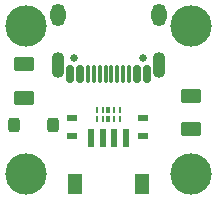
<source format=gts>
G04 #@! TF.GenerationSoftware,KiCad,Pcbnew,(5.99.0-10960-g5f1e9bc8a7)*
G04 #@! TF.CreationDate,2021-09-24T19:17:02+02:00*
G04 #@! TF.ProjectId,Unified-Daughterboard,556e6966-6965-4642-9d44-617567687465,C3*
G04 #@! TF.SameCoordinates,Original*
G04 #@! TF.FileFunction,Soldermask,Top*
G04 #@! TF.FilePolarity,Negative*
%FSLAX46Y46*%
G04 Gerber Fmt 4.6, Leading zero omitted, Abs format (unit mm)*
G04 Created by KiCad (PCBNEW (5.99.0-10960-g5f1e9bc8a7)) date 2021-09-24 19:17:02*
%MOMM*%
%LPD*%
G01*
G04 APERTURE LIST*
G04 Aperture macros list*
%AMRoundRect*
0 Rectangle with rounded corners*
0 $1 Rounding radius*
0 $2 $3 $4 $5 $6 $7 $8 $9 X,Y pos of 4 corners*
0 Add a 4 corners polygon primitive as box body*
4,1,4,$2,$3,$4,$5,$6,$7,$8,$9,$2,$3,0*
0 Add four circle primitives for the rounded corners*
1,1,$1+$1,$2,$3*
1,1,$1+$1,$4,$5*
1,1,$1+$1,$6,$7*
1,1,$1+$1,$8,$9*
0 Add four rect primitives between the rounded corners*
20,1,$1+$1,$2,$3,$4,$5,0*
20,1,$1+$1,$4,$5,$6,$7,0*
20,1,$1+$1,$6,$7,$8,$9,0*
20,1,$1+$1,$8,$9,$2,$3,0*%
G04 Aperture macros list end*
%ADD10C,3.500001*%
%ADD11C,0.650000*%
%ADD12RoundRect,0.150000X0.150000X0.575000X-0.150000X0.575000X-0.150000X-0.575000X0.150000X-0.575000X0*%
%ADD13RoundRect,0.075000X0.075000X0.650000X-0.075000X0.650000X-0.075000X-0.650000X0.075000X-0.650000X0*%
%ADD14O,1.100000X2.200000*%
%ADD15O,1.300000X1.900000*%
%ADD16R,1.200000X1.800000*%
%ADD17R,0.600000X1.550000*%
%ADD18RoundRect,0.250000X0.250000X0.350000X-0.250000X0.350000X-0.250000X-0.350000X0.250000X-0.350000X0*%
%ADD19RoundRect,0.250000X-0.625000X0.375000X-0.625000X-0.375000X0.625000X-0.375000X0.625000X0.375000X0*%
%ADD20RoundRect,0.125000X0.000000X-0.150000X0.000000X-0.150000X0.000000X0.150000X0.000000X0.150000X0*%
%ADD21R,0.250000X0.550000*%
%ADD22R,0.300000X0.550000*%
%ADD23R,0.900000X0.500000*%
%ADD24RoundRect,0.250000X0.625000X-0.375000X0.625000X0.375000X-0.625000X0.375000X-0.625000X-0.375000X0*%
G04 APERTURE END LIST*
D10*
X82004500Y-58543000D03*
X68004500Y-58543000D03*
D11*
X77892500Y-61292000D03*
X72112500Y-61292000D03*
D12*
X78252500Y-62618000D03*
X77452500Y-62618000D03*
D13*
X76252500Y-62618000D03*
X75256500Y-62618000D03*
X74752500Y-62618000D03*
X73752500Y-62618000D03*
D12*
X71752500Y-62618000D03*
X72552500Y-62618000D03*
D13*
X73252500Y-62618000D03*
X74252500Y-62618000D03*
X75752500Y-62618000D03*
X76752500Y-62618000D03*
D14*
X79302500Y-61843000D03*
D15*
X70702500Y-57643000D03*
X79302500Y-57643000D03*
D14*
X70702500Y-61843000D03*
D16*
X77804500Y-71893000D03*
X72204500Y-71893000D03*
D17*
X73504500Y-68018000D03*
X74504500Y-68018000D03*
X75504500Y-68018000D03*
X76504500Y-68018000D03*
D18*
X70302500Y-66890000D03*
X67002500Y-66890000D03*
D10*
X82004500Y-71043000D03*
X68004500Y-71043000D03*
D19*
X67890500Y-61807000D03*
X67890500Y-64607000D03*
D20*
X74002500Y-66411400D03*
D21*
X74502500Y-66411400D03*
D22*
X75002500Y-66411400D03*
D21*
X75502500Y-66411400D03*
X76002500Y-66411400D03*
X76002500Y-65641400D03*
X75502500Y-65641400D03*
D22*
X75002500Y-65641400D03*
D21*
X74502500Y-65641400D03*
X74002500Y-65641400D03*
D23*
X71954500Y-66379000D03*
X71954500Y-67879000D03*
X77923500Y-66379000D03*
X77923500Y-67879000D03*
D24*
X81987500Y-67274000D03*
X81987500Y-64474000D03*
M02*

</source>
